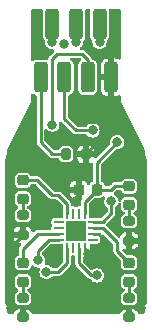
<source format=gbr>
%TF.GenerationSoftware,KiCad,Pcbnew,(6.0.8)*%
%TF.CreationDate,2022-10-15T00:54:49+09:00*%
%TF.ProjectId,ORION_enc_v2,4f52494f-4e5f-4656-9e63-5f76322e6b69,rev?*%
%TF.SameCoordinates,Original*%
%TF.FileFunction,Copper,L1,Top*%
%TF.FilePolarity,Positive*%
%FSLAX46Y46*%
G04 Gerber Fmt 4.6, Leading zero omitted, Abs format (unit mm)*
G04 Created by KiCad (PCBNEW (6.0.8)) date 2022-10-15 00:54:49*
%MOMM*%
%LPD*%
G01*
G04 APERTURE LIST*
G04 Aperture macros list*
%AMRoundRect*
0 Rectangle with rounded corners*
0 $1 Rounding radius*
0 $2 $3 $4 $5 $6 $7 $8 $9 X,Y pos of 4 corners*
0 Add a 4 corners polygon primitive as box body*
4,1,4,$2,$3,$4,$5,$6,$7,$8,$9,$2,$3,0*
0 Add four circle primitives for the rounded corners*
1,1,$1+$1,$2,$3*
1,1,$1+$1,$4,$5*
1,1,$1+$1,$6,$7*
1,1,$1+$1,$8,$9*
0 Add four rect primitives between the rounded corners*
20,1,$1+$1,$2,$3,$4,$5,0*
20,1,$1+$1,$4,$5,$6,$7,0*
20,1,$1+$1,$6,$7,$8,$9,0*
20,1,$1+$1,$8,$9,$2,$3,0*%
G04 Aperture macros list end*
%TA.AperFunction,SMDPad,CuDef*%
%ADD10RoundRect,0.218750X0.256250X-0.218750X0.256250X0.218750X-0.256250X0.218750X-0.256250X-0.218750X0*%
%TD*%
%TA.AperFunction,SMDPad,CuDef*%
%ADD11RoundRect,0.300000X0.300000X-1.000000X0.300000X1.000000X-0.300000X1.000000X-0.300000X-1.000000X0*%
%TD*%
%TA.AperFunction,SMDPad,CuDef*%
%ADD12RoundRect,0.200000X-0.275000X0.200000X-0.275000X-0.200000X0.275000X-0.200000X0.275000X0.200000X0*%
%TD*%
%TA.AperFunction,SMDPad,CuDef*%
%ADD13RoundRect,0.225000X0.225000X0.250000X-0.225000X0.250000X-0.225000X-0.250000X0.225000X-0.250000X0*%
%TD*%
%TA.AperFunction,SMDPad,CuDef*%
%ADD14RoundRect,0.200000X-0.200000X-0.275000X0.200000X-0.275000X0.200000X0.275000X-0.200000X0.275000X0*%
%TD*%
%TA.AperFunction,SMDPad,CuDef*%
%ADD15RoundRect,0.062500X-0.350000X-0.062500X0.350000X-0.062500X0.350000X0.062500X-0.350000X0.062500X0*%
%TD*%
%TA.AperFunction,SMDPad,CuDef*%
%ADD16RoundRect,0.062500X-0.062500X-0.350000X0.062500X-0.350000X0.062500X0.350000X-0.062500X0.350000X0*%
%TD*%
%TA.AperFunction,SMDPad,CuDef*%
%ADD17R,1.700000X1.700000*%
%TD*%
%TA.AperFunction,ViaPad*%
%ADD18C,0.800000*%
%TD*%
%TA.AperFunction,ViaPad*%
%ADD19C,1.600000*%
%TD*%
%TA.AperFunction,Conductor*%
%ADD20C,0.250000*%
%TD*%
G04 APERTURE END LIST*
D10*
%TO.P,D3,1,K*%
%TO.N,Net-(D3-Pad1)*%
X73500000Y-68287500D03*
%TO.P,D3,2,A*%
%TO.N,/MGL*%
X73500000Y-66712500D03*
%TD*%
D11*
%TO.P,J6,1,Pin_1*%
%TO.N,/MOSI*%
X67000000Y-46500000D03*
%TD*%
%TO.P,J7,1,Pin_1*%
%TO.N,Net-(J7-Pad1)*%
X66000000Y-51000000D03*
%TD*%
%TO.P,J1,1,Pin_1*%
%TO.N,GND*%
X72000000Y-51000000D03*
%TD*%
%TO.P,J3,1,Pin_1*%
%TO.N,/NSS*%
X70000000Y-51000000D03*
%TD*%
D10*
%TO.P,D1,1,K*%
%TO.N,Net-(D1-Pad1)*%
X73500000Y-61787500D03*
%TO.P,D1,2,A*%
%TO.N,+3V3*%
X73500000Y-60212500D03*
%TD*%
%TO.P,D4,1,K*%
%TO.N,Net-(D4-Pad1)*%
X64500000Y-68287500D03*
%TO.P,D4,2,A*%
%TO.N,/ENC_Z*%
X64500000Y-66712500D03*
%TD*%
D12*
%TO.P,R2,1*%
%TO.N,Net-(D2-Pad1)*%
X64500000Y-62675000D03*
%TO.P,R2,2*%
%TO.N,GND*%
X64500000Y-64325000D03*
%TD*%
%TO.P,R1,1*%
%TO.N,Net-(D1-Pad1)*%
X73500000Y-63175000D03*
%TO.P,R1,2*%
%TO.N,GND*%
X73500000Y-64825000D03*
%TD*%
D13*
%TO.P,C1,1*%
%TO.N,+3V3*%
X70775000Y-60500000D03*
%TO.P,C1,2*%
%TO.N,GND*%
X69225000Y-60500000D03*
%TD*%
D14*
%TO.P,TH1,1*%
%TO.N,Net-(J7-Pad1)*%
X68175000Y-57500000D03*
%TO.P,TH1,2*%
%TO.N,GND*%
X69825000Y-57500000D03*
%TD*%
D15*
%TO.P,U1,1,SSD*%
%TO.N,unconnected-(U1-Pad1)*%
X67537500Y-63250000D03*
%TO.P,U1,2,A*%
%TO.N,/ENC_A*%
X67537500Y-63750000D03*
%TO.P,U1,3,Z*%
%TO.N,/ENC_Z*%
X67537500Y-64250000D03*
%TO.P,U1,4,MOSI*%
%TO.N,/MOSI*%
X67537500Y-64750000D03*
D16*
%TO.P,U1,5,~{CS}*%
%TO.N,/NSS*%
X68250000Y-65462500D03*
%TO.P,U1,6,B*%
%TO.N,/ENC_B*%
X68750000Y-65462500D03*
%TO.P,U1,7,MISO*%
%TO.N,/MISO*%
X69250000Y-65462500D03*
%TO.P,U1,8,GND*%
%TO.N,GND*%
X69750000Y-65462500D03*
D15*
%TO.P,U1,9,PWM*%
%TO.N,unconnected-(U1-Pad9)*%
X70462500Y-64750000D03*
%TO.P,U1,10,TEST*%
%TO.N,GND*%
X70462500Y-64250000D03*
%TO.P,U1,11,MGL*%
%TO.N,/MGL*%
X70462500Y-63750000D03*
%TO.P,U1,12,SCLK*%
%TO.N,/CLK*%
X70462500Y-63250000D03*
D16*
%TO.P,U1,13,VDD*%
%TO.N,+3V3*%
X69750000Y-62537500D03*
%TO.P,U1,14,NC*%
%TO.N,unconnected-(U1-Pad14)*%
X69250000Y-62537500D03*
%TO.P,U1,15,SSCK*%
%TO.N,unconnected-(U1-Pad15)*%
X68750000Y-62537500D03*
%TO.P,U1,16,MGH*%
%TO.N,/MGH*%
X68250000Y-62537500D03*
D17*
%TO.P,U1,17,PAD*%
%TO.N,GND*%
X69000000Y-64000000D03*
%TD*%
D12*
%TO.P,R4,1*%
%TO.N,Net-(D4-Pad1)*%
X64500000Y-69675000D03*
%TO.P,R4,2*%
%TO.N,GND*%
X64500000Y-71325000D03*
%TD*%
D11*
%TO.P,J2,1,Pin_1*%
%TO.N,+3V3*%
X71000000Y-46500000D03*
%TD*%
D10*
%TO.P,D2,1,K*%
%TO.N,Net-(D2-Pad1)*%
X64500000Y-61287500D03*
%TO.P,D2,2,A*%
%TO.N,/MGH*%
X64500000Y-59712500D03*
%TD*%
D11*
%TO.P,J4,1,Pin_1*%
%TO.N,/CLK*%
X69000000Y-46500000D03*
%TD*%
D12*
%TO.P,R3,1*%
%TO.N,Net-(D3-Pad1)*%
X73500000Y-69675000D03*
%TO.P,R3,2*%
%TO.N,GND*%
X73500000Y-71325000D03*
%TD*%
D11*
%TO.P,J5,1,Pin_1*%
%TO.N,/MISO*%
X68000000Y-51000000D03*
%TD*%
D18*
%TO.N,*%
X68000000Y-48200000D03*
%TO.N,+3V3*%
X71000000Y-48000000D03*
X71000000Y-45600000D03*
X72500000Y-56500000D03*
X71000000Y-46500000D03*
%TO.N,GND*%
X72000000Y-50200000D03*
X63500000Y-62000000D03*
X74500000Y-66000000D03*
X65600000Y-45600000D03*
X72400000Y-45600000D03*
X70500000Y-62500000D03*
X68600000Y-56200000D03*
X68500000Y-59000000D03*
X74000000Y-56500000D03*
X63500000Y-67500000D03*
X63487701Y-66000000D03*
X66000000Y-70500000D03*
X72000000Y-70500000D03*
X70000000Y-70500000D03*
X70000000Y-53000000D03*
X72000000Y-54500000D03*
X63500000Y-58000000D03*
X74500000Y-64000000D03*
X71500000Y-65000000D03*
X66500000Y-59000000D03*
X69500000Y-59000000D03*
X71000000Y-70500000D03*
X69000000Y-70500000D03*
X63500000Y-69000000D03*
X68000000Y-70500000D03*
X67000000Y-70500000D03*
X65600000Y-49000000D03*
X74500000Y-70500000D03*
X72400000Y-49000000D03*
X64000000Y-56500000D03*
X69000000Y-61500000D03*
D19*
X69000000Y-64000000D03*
D18*
X74500000Y-61000000D03*
X74500000Y-62500000D03*
X63500000Y-60500000D03*
X74500000Y-58000000D03*
X74500000Y-69000000D03*
X69000000Y-68500000D03*
X63500000Y-70500000D03*
X63500000Y-63500000D03*
X74500000Y-67500000D03*
X67500000Y-65500000D03*
X67500000Y-59000000D03*
X72000000Y-51200000D03*
X67500000Y-62500000D03*
X70012299Y-65987701D03*
%TO.N,/NSS*%
X70000000Y-50200000D03*
X67000000Y-55000000D03*
X70000000Y-51200000D03*
X66500000Y-67500000D03*
%TO.N,/CLK*%
X69000000Y-48000000D03*
X69000000Y-46600000D03*
X69000000Y-45600000D03*
X72000000Y-61500000D03*
%TO.N,/MISO*%
X70400000Y-55500000D03*
X70775500Y-67775500D03*
X68000000Y-51200000D03*
X68000000Y-50200000D03*
%TO.N,/MOSI*%
X67000000Y-48000000D03*
X67000000Y-45600000D03*
X67000000Y-46500000D03*
X65796672Y-66500000D03*
%TO.N,Net-(J7-Pad1)*%
X66000000Y-50200000D03*
X66000000Y-51200000D03*
%TD*%
D20*
%TO.N,+3V3*%
X72287500Y-60212500D02*
X72000000Y-60500000D01*
X73500000Y-60212500D02*
X72287500Y-60212500D01*
X71000000Y-46500000D02*
X71000000Y-48000000D01*
X72500000Y-56500000D02*
X70775000Y-58225000D01*
X69750000Y-61525000D02*
X70775000Y-60500000D01*
X72000000Y-60500000D02*
X70775000Y-60500000D01*
X69750000Y-62537500D02*
X69750000Y-61525000D01*
X70775000Y-58225000D02*
X70775000Y-60500000D01*
%TO.N,GND*%
X70922328Y-64250000D02*
X70462500Y-64250000D01*
X64500000Y-70500000D02*
X65000000Y-70500000D01*
X71500000Y-64827672D02*
X70922328Y-64250000D01*
X70012299Y-65987701D02*
X71500000Y-67475402D01*
X66000000Y-69500000D02*
X71000000Y-69500000D01*
X69825000Y-57500000D02*
X72000000Y-55325000D01*
X71000000Y-69500000D02*
X72000000Y-69500000D01*
X63487701Y-66000000D02*
X63487701Y-65337299D01*
X72000000Y-55325000D02*
X72000000Y-54500000D01*
X63487701Y-65337299D02*
X64500000Y-64325000D01*
X72000000Y-54500000D02*
X72000000Y-51200000D01*
X64500000Y-71325000D02*
X64500000Y-70500000D01*
X72000000Y-51200000D02*
X72000000Y-51000000D01*
X69750000Y-65462500D02*
X69750000Y-65725402D01*
X71500000Y-69000000D02*
X71000000Y-69500000D01*
X73500000Y-70500000D02*
X73500000Y-71325000D01*
X71500000Y-67475402D02*
X71500000Y-69000000D01*
X65000000Y-70500000D02*
X66000000Y-69500000D01*
X69750000Y-65725402D02*
X70012299Y-65987701D01*
X71500000Y-65000000D02*
X71500000Y-64827672D01*
X72000000Y-69500000D02*
X73000000Y-70500000D01*
X73000000Y-70500000D02*
X73500000Y-70500000D01*
%TO.N,Net-(D1-Pad1)*%
X73500000Y-63175000D02*
X73500000Y-61787500D01*
%TO.N,Net-(D2-Pad1)*%
X64500000Y-61287500D02*
X64500000Y-62675000D01*
%TO.N,/MGH*%
X65712500Y-59712500D02*
X67000000Y-61000000D01*
X67500000Y-61000000D02*
X68250000Y-61750000D01*
X64500000Y-59712500D02*
X65712500Y-59712500D01*
X67000000Y-61000000D02*
X67500000Y-61000000D01*
X68250000Y-61750000D02*
X68250000Y-62537500D01*
%TO.N,Net-(D3-Pad1)*%
X73500000Y-69675000D02*
X73500000Y-68287500D01*
%TO.N,/MGL*%
X73500000Y-66712500D02*
X72500000Y-65712500D01*
X71274614Y-63750000D02*
X70462500Y-63750000D01*
X72500000Y-65712500D02*
X72500000Y-64975386D01*
X72500000Y-64975386D02*
X71274614Y-63750000D01*
%TO.N,Net-(D4-Pad1)*%
X64500000Y-69675000D02*
X64500000Y-68287500D01*
%TO.N,/ENC_Z*%
X65791783Y-64250000D02*
X64500000Y-65541783D01*
X64500000Y-65541783D02*
X64500000Y-66712500D01*
X67537500Y-64250000D02*
X65791783Y-64250000D01*
%TO.N,/NSS*%
X67000000Y-49408398D02*
X67408398Y-49000000D01*
X69500000Y-49000000D02*
X70000000Y-49500000D01*
X66500000Y-67500000D02*
X67500000Y-67500000D01*
X67408398Y-49000000D02*
X69500000Y-49000000D01*
X70000000Y-49500000D02*
X70000000Y-51000000D01*
X68250000Y-66750000D02*
X68250000Y-65462500D01*
X67500000Y-67500000D02*
X68250000Y-66750000D01*
X67000000Y-55000000D02*
X67000000Y-49408398D01*
%TO.N,/CLK*%
X72000000Y-62500000D02*
X71250000Y-63250000D01*
X71250000Y-63250000D02*
X70462500Y-63250000D01*
X69000000Y-46500000D02*
X69000000Y-46600000D01*
X72000000Y-61500000D02*
X72000000Y-62500000D01*
X69000000Y-46600000D02*
X69000000Y-48000000D01*
%TO.N,/MISO*%
X70275500Y-67775500D02*
X69250000Y-66750000D01*
X68000000Y-51200000D02*
X68000000Y-51000000D01*
X70775500Y-67775500D02*
X70275500Y-67775500D01*
X69000000Y-55500000D02*
X68000000Y-54500000D01*
X68000000Y-54500000D02*
X68000000Y-51200000D01*
X69250000Y-66750000D02*
X69250000Y-65462500D01*
X70400000Y-55500000D02*
X69000000Y-55500000D01*
%TO.N,/MOSI*%
X65796672Y-66500000D02*
X65796672Y-65691021D01*
X67000000Y-46500000D02*
X67000000Y-48000000D01*
X66737693Y-64750000D02*
X67537500Y-64750000D01*
X65796672Y-65691021D02*
X66737693Y-64750000D01*
%TO.N,Net-(J7-Pad1)*%
X67000000Y-57500000D02*
X68175000Y-57500000D01*
X66000000Y-56500000D02*
X67000000Y-57500000D01*
X66000000Y-51200000D02*
X66000000Y-56500000D01*
X66000000Y-51000000D02*
X66000000Y-51200000D01*
%TD*%
%TA.AperFunction,Conductor*%
%TO.N,GND*%
G36*
X70164045Y-45220502D02*
G01*
X70210538Y-45274158D01*
X70220642Y-45344432D01*
X70213905Y-45370731D01*
X70208921Y-45384024D01*
X70208920Y-45384028D01*
X70206149Y-45391420D01*
X70199500Y-45452623D01*
X70199501Y-47547376D01*
X70199870Y-47550770D01*
X70199870Y-47550776D01*
X70204600Y-47594318D01*
X70206149Y-47608580D01*
X70256474Y-47742824D01*
X70261854Y-47750003D01*
X70261856Y-47750006D01*
X70323056Y-47831664D01*
X70342454Y-47857546D01*
X70349636Y-47862929D01*
X70355985Y-47869278D01*
X70354594Y-47870669D01*
X70390267Y-47918375D01*
X70397110Y-47978788D01*
X70395396Y-47991809D01*
X70394318Y-48000000D01*
X70414956Y-48156762D01*
X70475464Y-48302841D01*
X70480491Y-48309392D01*
X70561134Y-48414488D01*
X70571718Y-48428282D01*
X70697159Y-48524536D01*
X70843238Y-48585044D01*
X71000000Y-48605682D01*
X71008188Y-48604604D01*
X71026297Y-48602220D01*
X71156762Y-48585044D01*
X71302841Y-48524536D01*
X71428282Y-48428282D01*
X71438867Y-48414488D01*
X71519509Y-48309392D01*
X71524536Y-48302841D01*
X71585044Y-48156762D01*
X71605682Y-48000000D01*
X71604604Y-47991809D01*
X71602890Y-47978788D01*
X71613830Y-47908640D01*
X71645065Y-47870328D01*
X71644015Y-47869278D01*
X71650364Y-47862929D01*
X71657546Y-47857546D01*
X71676944Y-47831664D01*
X71738144Y-47750006D01*
X71738146Y-47750003D01*
X71743526Y-47742824D01*
X71793851Y-47608580D01*
X71800500Y-47547377D01*
X71800499Y-45452624D01*
X71793851Y-45391420D01*
X71786095Y-45370730D01*
X71780911Y-45299924D01*
X71814831Y-45237554D01*
X71877086Y-45203425D01*
X71904076Y-45200500D01*
X72673500Y-45200500D01*
X72741621Y-45220502D01*
X72788114Y-45274158D01*
X72799500Y-45326500D01*
X72799500Y-49372594D01*
X72779498Y-49440715D01*
X72725842Y-49487208D01*
X72655568Y-49497312D01*
X72610501Y-49481714D01*
X72594958Y-49472741D01*
X72464261Y-49418604D01*
X72448442Y-49414366D01*
X72343410Y-49400538D01*
X72335201Y-49400000D01*
X72272115Y-49400000D01*
X72256876Y-49404475D01*
X72255671Y-49405865D01*
X72254000Y-49413548D01*
X72254000Y-52581884D01*
X72258475Y-52597123D01*
X72259865Y-52598328D01*
X72267548Y-52599999D01*
X72335199Y-52599999D01*
X72343411Y-52599461D01*
X72448444Y-52585634D01*
X72464259Y-52581396D01*
X72594957Y-52527260D01*
X72610499Y-52518287D01*
X72679495Y-52501549D01*
X72746587Y-52524769D01*
X72790474Y-52580576D01*
X72799500Y-52627406D01*
X72799500Y-52965409D01*
X72797297Y-52986222D01*
X72797332Y-52988873D01*
X72794362Y-53002746D01*
X72804646Y-53045205D01*
X72804988Y-53046659D01*
X72814688Y-53089185D01*
X72823533Y-53100284D01*
X72824559Y-53102416D01*
X72836006Y-53120344D01*
X74786664Y-57021660D01*
X74799736Y-57070401D01*
X74810358Y-57246000D01*
X74811551Y-57265726D01*
X74859537Y-57527577D01*
X74938736Y-57781734D01*
X74949891Y-57806519D01*
X74988899Y-57893191D01*
X75000000Y-57944903D01*
X75000000Y-70055097D01*
X74988899Y-70106809D01*
X74938736Y-70218266D01*
X74859537Y-70472423D01*
X74811551Y-70734274D01*
X74811322Y-70738066D01*
X74811321Y-70738071D01*
X74802639Y-70881608D01*
X74778561Y-70948396D01*
X74722196Y-70991565D01*
X74676869Y-71000000D01*
X74349490Y-71000000D01*
X74281369Y-70979998D01*
X74234876Y-70926342D01*
X74231508Y-70918231D01*
X74221231Y-70890819D01*
X74212701Y-70875237D01*
X74137570Y-70774991D01*
X74125009Y-70762430D01*
X74024763Y-70687299D01*
X74009177Y-70678767D01*
X73890867Y-70634414D01*
X73875621Y-70630789D01*
X73825729Y-70625369D01*
X73818915Y-70625000D01*
X73772115Y-70625000D01*
X73756876Y-70629475D01*
X73755671Y-70630865D01*
X73754000Y-70638548D01*
X73754000Y-71000000D01*
X73246000Y-71000000D01*
X73246000Y-70643115D01*
X73241525Y-70627876D01*
X73240135Y-70626671D01*
X73232452Y-70625000D01*
X73181085Y-70625000D01*
X73174271Y-70625369D01*
X73124379Y-70630789D01*
X73109133Y-70634414D01*
X72990823Y-70678767D01*
X72975237Y-70687299D01*
X72874991Y-70762430D01*
X72862430Y-70774991D01*
X72787299Y-70875237D01*
X72778769Y-70890819D01*
X72768492Y-70918231D01*
X72725849Y-70974995D01*
X72659288Y-70999694D01*
X72650510Y-71000000D01*
X65349490Y-71000000D01*
X65281369Y-70979998D01*
X65234876Y-70926342D01*
X65231508Y-70918231D01*
X65221231Y-70890819D01*
X65212701Y-70875237D01*
X65137570Y-70774991D01*
X65125009Y-70762430D01*
X65024763Y-70687299D01*
X65009177Y-70678767D01*
X64890867Y-70634414D01*
X64875621Y-70630789D01*
X64825729Y-70625369D01*
X64818915Y-70625000D01*
X64772115Y-70625000D01*
X64756876Y-70629475D01*
X64755671Y-70630865D01*
X64754000Y-70638548D01*
X64754000Y-71000000D01*
X64246000Y-71000000D01*
X64246000Y-70643115D01*
X64241525Y-70627876D01*
X64240135Y-70626671D01*
X64232452Y-70625000D01*
X64181085Y-70625000D01*
X64174271Y-70625369D01*
X64124379Y-70630789D01*
X64109133Y-70634414D01*
X63990823Y-70678767D01*
X63975237Y-70687299D01*
X63874991Y-70762430D01*
X63862430Y-70774991D01*
X63787299Y-70875237D01*
X63778769Y-70890819D01*
X63768492Y-70918231D01*
X63725849Y-70974995D01*
X63659288Y-70999694D01*
X63650510Y-71000000D01*
X63323131Y-71000000D01*
X63255010Y-70979998D01*
X63208517Y-70926342D01*
X63197361Y-70881608D01*
X63188679Y-70738071D01*
X63188678Y-70738066D01*
X63188449Y-70734274D01*
X63140463Y-70472423D01*
X63061264Y-70218266D01*
X63011101Y-70106809D01*
X63000000Y-70055097D01*
X63000000Y-69443481D01*
X63824500Y-69443481D01*
X63824501Y-69906518D01*
X63839354Y-70000304D01*
X63896950Y-70113342D01*
X63986658Y-70203050D01*
X64099696Y-70260646D01*
X64109485Y-70262196D01*
X64109487Y-70262197D01*
X64136849Y-70266530D01*
X64193481Y-70275500D01*
X64499938Y-70275500D01*
X64806518Y-70275499D01*
X64811412Y-70274724D01*
X64890506Y-70262198D01*
X64890508Y-70262197D01*
X64900304Y-70260646D01*
X65013342Y-70203050D01*
X65103050Y-70113342D01*
X65160646Y-70000304D01*
X65175500Y-69906519D01*
X65175499Y-69443482D01*
X65175499Y-69443481D01*
X72824500Y-69443481D01*
X72824501Y-69906518D01*
X72839354Y-70000304D01*
X72896950Y-70113342D01*
X72986658Y-70203050D01*
X73099696Y-70260646D01*
X73109485Y-70262196D01*
X73109487Y-70262197D01*
X73136849Y-70266530D01*
X73193481Y-70275500D01*
X73499938Y-70275500D01*
X73806518Y-70275499D01*
X73811412Y-70274724D01*
X73890506Y-70262198D01*
X73890508Y-70262197D01*
X73900304Y-70260646D01*
X74013342Y-70203050D01*
X74103050Y-70113342D01*
X74160646Y-70000304D01*
X74175500Y-69906519D01*
X74175499Y-69443482D01*
X74160646Y-69349696D01*
X74103050Y-69236658D01*
X74013342Y-69146950D01*
X73938149Y-69108637D01*
X73886534Y-69059888D01*
X73869468Y-68990973D01*
X73892369Y-68923772D01*
X73938149Y-68884103D01*
X73996919Y-68854158D01*
X74005751Y-68849658D01*
X74099658Y-68755751D01*
X74159951Y-68637420D01*
X74175500Y-68539246D01*
X74175500Y-68035754D01*
X74159951Y-67937580D01*
X74155214Y-67928282D01*
X74144824Y-67907891D01*
X74099658Y-67819249D01*
X74005751Y-67725342D01*
X73887420Y-67665049D01*
X73789246Y-67649500D01*
X73210754Y-67649500D01*
X73112580Y-67665049D01*
X72994249Y-67725342D01*
X72900342Y-67819249D01*
X72855176Y-67907891D01*
X72844787Y-67928282D01*
X72840049Y-67937580D01*
X72824500Y-68035754D01*
X72824500Y-68539246D01*
X72840049Y-68637420D01*
X72900342Y-68755751D01*
X72994249Y-68849658D01*
X73003081Y-68854158D01*
X73061851Y-68884103D01*
X73113466Y-68932851D01*
X73130532Y-69001766D01*
X73107631Y-69068968D01*
X73061851Y-69108637D01*
X72986658Y-69146950D01*
X72896950Y-69236658D01*
X72839354Y-69349696D01*
X72824500Y-69443481D01*
X65175499Y-69443481D01*
X65160646Y-69349696D01*
X65103050Y-69236658D01*
X65013342Y-69146950D01*
X64938149Y-69108637D01*
X64886534Y-69059888D01*
X64869468Y-68990973D01*
X64892369Y-68923772D01*
X64938149Y-68884103D01*
X64996919Y-68854158D01*
X65005751Y-68849658D01*
X65099658Y-68755751D01*
X65159951Y-68637420D01*
X65175500Y-68539246D01*
X65175500Y-68035754D01*
X65159951Y-67937580D01*
X65155214Y-67928282D01*
X65144824Y-67907891D01*
X65099658Y-67819249D01*
X65005751Y-67725342D01*
X64887420Y-67665049D01*
X64789246Y-67649500D01*
X64210754Y-67649500D01*
X64112580Y-67665049D01*
X63994249Y-67725342D01*
X63900342Y-67819249D01*
X63855176Y-67907891D01*
X63844787Y-67928282D01*
X63840049Y-67937580D01*
X63824500Y-68035754D01*
X63824500Y-68539246D01*
X63840049Y-68637420D01*
X63900342Y-68755751D01*
X63994249Y-68849658D01*
X64003081Y-68854158D01*
X64061851Y-68884103D01*
X64113466Y-68932851D01*
X64130532Y-69001766D01*
X64107631Y-69068968D01*
X64061851Y-69108637D01*
X63986658Y-69146950D01*
X63896950Y-69236658D01*
X63839354Y-69349696D01*
X63824500Y-69443481D01*
X63000000Y-69443481D01*
X63000000Y-64595906D01*
X63727561Y-64595906D01*
X63730789Y-64625621D01*
X63734415Y-64640868D01*
X63778767Y-64759177D01*
X63787299Y-64774763D01*
X63862430Y-64875009D01*
X63874991Y-64887570D01*
X63975237Y-64962701D01*
X63990823Y-64971233D01*
X64109133Y-65015586D01*
X64124379Y-65019211D01*
X64174271Y-65024631D01*
X64181085Y-65025000D01*
X64252267Y-65025000D01*
X64320388Y-65045002D01*
X64366881Y-65098658D01*
X64376985Y-65168932D01*
X64347491Y-65233512D01*
X64341362Y-65240095D01*
X64283785Y-65297672D01*
X64275681Y-65305099D01*
X64246806Y-65329328D01*
X64241293Y-65338877D01*
X64227961Y-65361968D01*
X64222055Y-65371239D01*
X64200446Y-65402099D01*
X64197592Y-65412749D01*
X64196115Y-65415917D01*
X64194923Y-65419193D01*
X64189412Y-65428738D01*
X64183462Y-65462482D01*
X64182870Y-65465841D01*
X64180492Y-65476568D01*
X64170736Y-65512976D01*
X64171697Y-65523961D01*
X64171697Y-65523963D01*
X64174020Y-65550511D01*
X64174500Y-65561493D01*
X64174500Y-65981286D01*
X64154498Y-66049407D01*
X64105703Y-66093553D01*
X63994249Y-66150342D01*
X63900342Y-66244249D01*
X63840049Y-66362580D01*
X63824500Y-66460754D01*
X63824500Y-66964246D01*
X63840049Y-67062420D01*
X63844550Y-67071253D01*
X63844550Y-67071254D01*
X63848122Y-67078264D01*
X63900342Y-67180751D01*
X63994249Y-67274658D01*
X64112580Y-67334951D01*
X64210754Y-67350500D01*
X64789246Y-67350500D01*
X64887420Y-67334951D01*
X65005751Y-67274658D01*
X65099658Y-67180751D01*
X65151878Y-67078264D01*
X65155450Y-67071254D01*
X65155450Y-67071253D01*
X65159951Y-67062420D01*
X65168350Y-67009388D01*
X65198762Y-66945236D01*
X65259030Y-66907708D01*
X65330019Y-66908722D01*
X65369503Y-66929136D01*
X65493831Y-67024536D01*
X65639910Y-67085044D01*
X65796672Y-67105682D01*
X65809486Y-67103995D01*
X65879635Y-67114937D01*
X65932731Y-67162067D01*
X65951919Y-67230422D01*
X65942336Y-67277137D01*
X65918117Y-67335605D01*
X65918116Y-67335610D01*
X65914956Y-67343238D01*
X65894318Y-67500000D01*
X65914956Y-67656762D01*
X65975464Y-67802841D01*
X66071718Y-67928282D01*
X66197159Y-68024536D01*
X66343238Y-68085044D01*
X66500000Y-68105682D01*
X66508188Y-68104604D01*
X66522256Y-68102752D01*
X66656762Y-68085044D01*
X66802841Y-68024536D01*
X66928282Y-67928282D01*
X66969323Y-67874796D01*
X67026661Y-67832929D01*
X67069286Y-67825500D01*
X67480290Y-67825500D01*
X67491272Y-67825980D01*
X67517820Y-67828303D01*
X67517822Y-67828303D01*
X67528807Y-67829264D01*
X67565215Y-67819508D01*
X67575942Y-67817130D01*
X67579301Y-67816538D01*
X67613045Y-67810588D01*
X67622590Y-67805077D01*
X67625866Y-67803885D01*
X67629034Y-67802408D01*
X67639684Y-67799554D01*
X67670544Y-67777945D01*
X67679815Y-67772039D01*
X67702906Y-67758707D01*
X67712455Y-67753194D01*
X67736679Y-67724325D01*
X67744106Y-67716220D01*
X68466228Y-66994099D01*
X68474332Y-66986673D01*
X68494750Y-66969540D01*
X68503194Y-66962455D01*
X68508704Y-66952912D01*
X68508707Y-66952908D01*
X68522036Y-66929821D01*
X68527941Y-66920551D01*
X68543232Y-66898713D01*
X68549554Y-66889684D01*
X68552407Y-66879036D01*
X68553886Y-66875865D01*
X68555078Y-66872589D01*
X68560588Y-66863045D01*
X68567134Y-66825924D01*
X68569509Y-66815210D01*
X68579263Y-66778807D01*
X68575979Y-66741269D01*
X68575500Y-66730288D01*
X68575500Y-66201500D01*
X68595502Y-66133379D01*
X68649158Y-66086886D01*
X68701499Y-66075500D01*
X68749998Y-66075500D01*
X68798500Y-66075499D01*
X68866620Y-66095500D01*
X68913113Y-66149156D01*
X68924500Y-66201499D01*
X68924500Y-66730290D01*
X68924020Y-66741269D01*
X68920736Y-66778807D01*
X68930491Y-66815210D01*
X68932870Y-66825942D01*
X68939412Y-66863045D01*
X68944923Y-66872590D01*
X68946115Y-66875866D01*
X68947592Y-66879034D01*
X68950446Y-66889684D01*
X68956770Y-66898715D01*
X68972055Y-66920544D01*
X68977961Y-66929815D01*
X68986865Y-66945236D01*
X68996806Y-66962455D01*
X69018300Y-66980491D01*
X69025682Y-66986685D01*
X69033785Y-66994111D01*
X70031389Y-67991715D01*
X70038816Y-67999819D01*
X70063045Y-68028694D01*
X70072594Y-68034207D01*
X70095685Y-68047539D01*
X70104956Y-68053445D01*
X70135816Y-68075054D01*
X70146466Y-68077908D01*
X70149634Y-68079385D01*
X70152910Y-68080577D01*
X70162455Y-68086088D01*
X70196199Y-68092038D01*
X70199558Y-68092630D01*
X70210287Y-68095009D01*
X70226667Y-68099398D01*
X70236276Y-68101973D01*
X70296898Y-68138922D01*
X70303629Y-68146976D01*
X70342192Y-68197233D01*
X70342195Y-68197236D01*
X70347218Y-68203782D01*
X70472659Y-68300036D01*
X70618738Y-68360544D01*
X70775500Y-68381182D01*
X70783688Y-68380104D01*
X70924074Y-68361622D01*
X70932262Y-68360544D01*
X71078341Y-68300036D01*
X71203782Y-68203782D01*
X71300036Y-68078341D01*
X71360544Y-67932262D01*
X71381182Y-67775500D01*
X71370863Y-67697119D01*
X71361622Y-67626926D01*
X71360544Y-67618738D01*
X71300036Y-67472659D01*
X71203782Y-67347218D01*
X71181930Y-67330450D01*
X71167582Y-67319441D01*
X71078341Y-67250964D01*
X70932262Y-67190456D01*
X70775500Y-67169818D01*
X70618738Y-67190456D01*
X70472659Y-67250964D01*
X70466110Y-67255989D01*
X70466107Y-67255991D01*
X70450917Y-67267647D01*
X70412433Y-67297177D01*
X70346215Y-67322777D01*
X70276666Y-67308513D01*
X70246635Y-67286309D01*
X69612405Y-66652079D01*
X69578379Y-66589767D01*
X69575500Y-66562984D01*
X69575500Y-66301000D01*
X69595502Y-66232879D01*
X69649158Y-66186386D01*
X69701500Y-66175000D01*
X69842250Y-66175000D01*
X69851409Y-66174330D01*
X69908422Y-66165937D01*
X69926898Y-66160195D01*
X70017089Y-66115914D01*
X70033794Y-66103954D01*
X70104341Y-66033284D01*
X70116269Y-66016561D01*
X70160401Y-65926278D01*
X70166107Y-65907817D01*
X70174340Y-65851382D01*
X70175000Y-65842283D01*
X70175000Y-65201500D01*
X70195002Y-65133379D01*
X70248658Y-65086886D01*
X70301000Y-65075500D01*
X70817310Y-65075499D01*
X70838400Y-65075499D01*
X70844467Y-65074292D01*
X70844470Y-65074292D01*
X70902946Y-65062661D01*
X70902947Y-65062661D01*
X70915117Y-65060240D01*
X70937923Y-65045002D01*
X70991796Y-65009005D01*
X71002112Y-65002112D01*
X71022745Y-64971233D01*
X71053347Y-64925434D01*
X71053348Y-64925432D01*
X71060240Y-64915117D01*
X71075500Y-64838401D01*
X71075499Y-64661600D01*
X71074292Y-64655530D01*
X71072133Y-64644675D01*
X71078464Y-64573961D01*
X71099146Y-64542373D01*
X71098292Y-64541764D01*
X71116269Y-64516561D01*
X71160401Y-64426278D01*
X71166106Y-64407818D01*
X71168821Y-64389212D01*
X71198448Y-64324693D01*
X71258254Y-64286433D01*
X71329250Y-64286581D01*
X71382596Y-64318308D01*
X72137595Y-65073307D01*
X72171621Y-65135619D01*
X72174500Y-65162402D01*
X72174500Y-65692790D01*
X72174020Y-65703772D01*
X72170736Y-65741307D01*
X72173590Y-65751956D01*
X72180491Y-65777710D01*
X72182870Y-65788442D01*
X72189412Y-65825545D01*
X72194923Y-65835090D01*
X72196115Y-65838366D01*
X72197592Y-65841534D01*
X72200446Y-65852184D01*
X72206770Y-65861215D01*
X72222055Y-65883044D01*
X72227961Y-65892315D01*
X72241293Y-65915406D01*
X72246806Y-65924955D01*
X72255251Y-65932041D01*
X72275682Y-65949185D01*
X72283785Y-65956611D01*
X72787595Y-66460421D01*
X72821621Y-66522733D01*
X72824500Y-66549516D01*
X72824500Y-66964246D01*
X72840049Y-67062420D01*
X72844550Y-67071253D01*
X72844550Y-67071254D01*
X72848122Y-67078264D01*
X72900342Y-67180751D01*
X72994249Y-67274658D01*
X73112580Y-67334951D01*
X73210754Y-67350500D01*
X73789246Y-67350500D01*
X73887420Y-67334951D01*
X74005751Y-67274658D01*
X74099658Y-67180751D01*
X74151878Y-67078264D01*
X74155450Y-67071254D01*
X74155450Y-67071253D01*
X74159951Y-67062420D01*
X74175500Y-66964246D01*
X74175500Y-66460754D01*
X74159951Y-66362580D01*
X74099658Y-66244249D01*
X74005751Y-66150342D01*
X73887420Y-66090049D01*
X73789246Y-66074500D01*
X73374516Y-66074500D01*
X73306395Y-66054498D01*
X73285421Y-66037595D01*
X72967298Y-65719472D01*
X72933272Y-65657160D01*
X72938337Y-65586345D01*
X72980884Y-65529509D01*
X73047404Y-65504698D01*
X73100623Y-65512395D01*
X73109137Y-65515587D01*
X73124379Y-65519211D01*
X73174271Y-65524631D01*
X73181085Y-65525000D01*
X73227885Y-65525000D01*
X73243124Y-65520525D01*
X73244329Y-65519135D01*
X73246000Y-65511452D01*
X73246000Y-65506885D01*
X73754000Y-65506885D01*
X73758475Y-65522124D01*
X73759865Y-65523329D01*
X73767548Y-65525000D01*
X73818915Y-65525000D01*
X73825729Y-65524631D01*
X73875621Y-65519211D01*
X73890867Y-65515586D01*
X74009177Y-65471233D01*
X74024763Y-65462701D01*
X74125009Y-65387570D01*
X74137570Y-65375009D01*
X74212701Y-65274763D01*
X74221233Y-65259177D01*
X74265585Y-65140868D01*
X74269211Y-65125621D01*
X74272319Y-65097011D01*
X74269703Y-65082418D01*
X74257271Y-65079000D01*
X73772115Y-65079000D01*
X73756876Y-65083475D01*
X73755671Y-65084865D01*
X73754000Y-65092548D01*
X73754000Y-65506885D01*
X73246000Y-65506885D01*
X73246000Y-64552885D01*
X73754000Y-64552885D01*
X73758475Y-64568124D01*
X73759865Y-64569329D01*
X73767548Y-64571000D01*
X74256161Y-64571000D01*
X74270384Y-64566824D01*
X74272439Y-64554094D01*
X74269211Y-64524379D01*
X74265585Y-64509132D01*
X74221233Y-64390823D01*
X74212701Y-64375237D01*
X74137570Y-64274991D01*
X74125009Y-64262430D01*
X74024763Y-64187299D01*
X74009177Y-64178767D01*
X73890867Y-64134414D01*
X73875621Y-64130789D01*
X73825729Y-64125369D01*
X73818915Y-64125000D01*
X73772115Y-64125000D01*
X73756876Y-64129475D01*
X73755671Y-64130865D01*
X73754000Y-64138548D01*
X73754000Y-64552885D01*
X73246000Y-64552885D01*
X73246000Y-64143115D01*
X73241525Y-64127876D01*
X73240135Y-64126671D01*
X73232452Y-64125000D01*
X73181085Y-64125000D01*
X73174271Y-64125369D01*
X73124379Y-64130789D01*
X73109133Y-64134414D01*
X72990823Y-64178767D01*
X72975237Y-64187299D01*
X72874991Y-64262430D01*
X72862430Y-64274991D01*
X72787299Y-64375237D01*
X72778767Y-64390823D01*
X72737578Y-64500695D01*
X72694937Y-64557460D01*
X72628376Y-64582160D01*
X72559027Y-64566953D01*
X72530501Y-64545561D01*
X71561729Y-63576789D01*
X71527703Y-63514477D01*
X71532768Y-63443662D01*
X71561729Y-63398599D01*
X72216228Y-62744100D01*
X72224332Y-62736673D01*
X72244750Y-62719540D01*
X72253194Y-62712455D01*
X72258704Y-62702912D01*
X72258707Y-62702908D01*
X72272036Y-62679821D01*
X72277941Y-62670551D01*
X72293232Y-62648713D01*
X72299554Y-62639684D01*
X72302407Y-62629036D01*
X72303886Y-62625865D01*
X72305078Y-62622589D01*
X72310588Y-62613045D01*
X72317134Y-62575924D01*
X72319508Y-62565217D01*
X72329263Y-62528807D01*
X72325979Y-62491269D01*
X72325500Y-62480288D01*
X72325500Y-62069286D01*
X72345502Y-62001165D01*
X72374796Y-61969323D01*
X72421736Y-61933305D01*
X72428282Y-61928282D01*
X72524536Y-61802841D01*
X72582091Y-61663891D01*
X72626639Y-61608610D01*
X72694003Y-61586189D01*
X72762794Y-61603747D01*
X72811172Y-61655709D01*
X72824500Y-61712109D01*
X72824500Y-62039246D01*
X72840049Y-62137420D01*
X72900342Y-62255751D01*
X72994249Y-62349658D01*
X73013553Y-62359494D01*
X73061851Y-62384103D01*
X73113466Y-62432851D01*
X73130532Y-62501766D01*
X73107631Y-62568968D01*
X73061851Y-62608637D01*
X72986658Y-62646950D01*
X72896950Y-62736658D01*
X72839354Y-62849696D01*
X72824500Y-62943481D01*
X72824501Y-63406518D01*
X72825276Y-63411409D01*
X72825276Y-63411412D01*
X72830384Y-63443662D01*
X72839354Y-63500304D01*
X72843855Y-63509137D01*
X72843857Y-63509142D01*
X72854428Y-63529888D01*
X72896950Y-63613342D01*
X72986658Y-63703050D01*
X73099696Y-63760646D01*
X73109485Y-63762196D01*
X73109487Y-63762197D01*
X73136849Y-63766530D01*
X73193481Y-63775500D01*
X73499938Y-63775500D01*
X73806518Y-63775499D01*
X73811412Y-63774724D01*
X73890506Y-63762198D01*
X73890508Y-63762197D01*
X73900304Y-63760646D01*
X74013342Y-63703050D01*
X74103050Y-63613342D01*
X74160646Y-63500304D01*
X74175500Y-63406519D01*
X74175499Y-62943482D01*
X74174526Y-62937339D01*
X74162198Y-62859494D01*
X74162197Y-62859492D01*
X74160646Y-62849696D01*
X74103050Y-62736658D01*
X74013342Y-62646950D01*
X73938149Y-62608637D01*
X73886534Y-62559888D01*
X73869468Y-62490973D01*
X73892369Y-62423772D01*
X73938149Y-62384103D01*
X73986447Y-62359494D01*
X74005751Y-62349658D01*
X74099658Y-62255751D01*
X74159951Y-62137420D01*
X74175500Y-62039246D01*
X74175500Y-61535754D01*
X74159951Y-61437580D01*
X74099658Y-61319249D01*
X74005751Y-61225342D01*
X73917109Y-61180176D01*
X73896254Y-61169550D01*
X73896253Y-61169550D01*
X73887420Y-61165049D01*
X73789246Y-61149500D01*
X73210754Y-61149500D01*
X73112580Y-61165049D01*
X73103747Y-61169550D01*
X73103746Y-61169550D01*
X73082891Y-61180176D01*
X72994249Y-61225342D01*
X72900342Y-61319249D01*
X72840049Y-61437580D01*
X72838984Y-61444306D01*
X72799885Y-61501488D01*
X72734489Y-61529126D01*
X72664532Y-61517020D01*
X72612225Y-61469015D01*
X72595202Y-61420394D01*
X72586122Y-61351426D01*
X72585044Y-61343238D01*
X72524536Y-61197159D01*
X72428282Y-61071718D01*
X72417282Y-61063277D01*
X72309392Y-60980491D01*
X72302841Y-60975464D01*
X72254822Y-60955574D01*
X72199542Y-60911025D01*
X72177121Y-60843662D01*
X72194680Y-60774870D01*
X72212826Y-60753505D01*
X72212455Y-60753194D01*
X72236679Y-60724325D01*
X72244106Y-60716220D01*
X72385423Y-60574904D01*
X72447735Y-60540879D01*
X72474518Y-60538000D01*
X72750393Y-60538000D01*
X72818514Y-60558002D01*
X72862659Y-60606797D01*
X72895838Y-60671914D01*
X72895841Y-60671918D01*
X72900342Y-60680751D01*
X72994249Y-60774658D01*
X73079479Y-60818085D01*
X73101419Y-60829264D01*
X73112580Y-60834951D01*
X73210754Y-60850500D01*
X73789246Y-60850500D01*
X73887420Y-60834951D01*
X73898582Y-60829264D01*
X73920521Y-60818085D01*
X74005751Y-60774658D01*
X74099658Y-60680751D01*
X74159951Y-60562420D01*
X74175500Y-60464246D01*
X74175500Y-59960754D01*
X74159951Y-59862580D01*
X74099658Y-59744249D01*
X74005751Y-59650342D01*
X73887420Y-59590049D01*
X73789246Y-59574500D01*
X73210754Y-59574500D01*
X73112580Y-59590049D01*
X72994249Y-59650342D01*
X72900342Y-59744249D01*
X72895842Y-59753080D01*
X72895838Y-59753086D01*
X72862659Y-59818203D01*
X72813911Y-59869818D01*
X72750393Y-59887000D01*
X72307198Y-59887000D01*
X72296216Y-59886520D01*
X72269680Y-59884198D01*
X72269678Y-59884198D01*
X72258693Y-59883237D01*
X72248043Y-59886091D01*
X72248041Y-59886091D01*
X72222304Y-59892988D01*
X72211569Y-59895368D01*
X72204008Y-59896701D01*
X72174455Y-59901912D01*
X72164907Y-59907424D01*
X72161630Y-59908617D01*
X72158462Y-59910094D01*
X72147816Y-59912947D01*
X72138787Y-59919269D01*
X72116953Y-59934557D01*
X72107685Y-59940461D01*
X72075045Y-59959306D01*
X72067962Y-59967747D01*
X72067961Y-59967748D01*
X72050825Y-59988170D01*
X72043400Y-59996273D01*
X71964769Y-60074905D01*
X71902079Y-60137595D01*
X71839767Y-60171620D01*
X71812983Y-60174500D01*
X71516294Y-60174500D01*
X71448173Y-60154498D01*
X71404027Y-60105703D01*
X71353028Y-60005612D01*
X71348528Y-59996780D01*
X71253220Y-59901472D01*
X71169297Y-59858711D01*
X71117682Y-59809963D01*
X71100500Y-59746444D01*
X71100500Y-58412016D01*
X71120502Y-58343895D01*
X71137405Y-58322921D01*
X72327618Y-57132709D01*
X72389930Y-57098683D01*
X72433158Y-57096882D01*
X72500000Y-57105682D01*
X72508188Y-57104604D01*
X72648574Y-57086122D01*
X72656762Y-57085044D01*
X72802841Y-57024536D01*
X72928282Y-56928282D01*
X73024536Y-56802841D01*
X73085044Y-56656762D01*
X73105682Y-56500000D01*
X73085044Y-56343238D01*
X73024536Y-56197159D01*
X72928282Y-56071718D01*
X72802841Y-55975464D01*
X72656762Y-55914956D01*
X72500000Y-55894318D01*
X72343238Y-55914956D01*
X72197159Y-55975464D01*
X72071718Y-56071718D01*
X71975464Y-56197159D01*
X71914956Y-56343238D01*
X71894318Y-56500000D01*
X71899513Y-56539456D01*
X71903118Y-56566840D01*
X71892179Y-56636989D01*
X71867291Y-56672382D01*
X71270206Y-57269468D01*
X70730218Y-57809456D01*
X70667906Y-57843481D01*
X70597091Y-57838417D01*
X70540255Y-57795870D01*
X70520897Y-57757198D01*
X70519135Y-57755671D01*
X70511452Y-57754000D01*
X70097115Y-57754000D01*
X70081876Y-57758475D01*
X70080671Y-57759865D01*
X70079000Y-57767548D01*
X70079000Y-58256161D01*
X70083176Y-58270384D01*
X70095906Y-58272439D01*
X70125621Y-58269211D01*
X70140868Y-58265585D01*
X70259172Y-58221235D01*
X70262992Y-58219144D01*
X70267213Y-58218221D01*
X70267581Y-58218083D01*
X70267601Y-58218136D01*
X70332350Y-58203976D01*
X70398897Y-58228713D01*
X70441507Y-58285502D01*
X70449500Y-58329665D01*
X70449500Y-59746444D01*
X70429498Y-59814565D01*
X70380703Y-59858711D01*
X70296780Y-59901472D01*
X70201472Y-59996780D01*
X70174022Y-60050654D01*
X70166635Y-60065151D01*
X70117886Y-60116766D01*
X70048971Y-60133832D01*
X69981770Y-60110931D01*
X69937216Y-60054330D01*
X69914853Y-59997846D01*
X69906491Y-59983005D01*
X69829913Y-59882119D01*
X69817881Y-59870087D01*
X69716995Y-59793509D01*
X69702156Y-59785148D01*
X69583937Y-59738342D01*
X69568366Y-59734388D01*
X69495269Y-59725542D01*
X69481876Y-59729475D01*
X69480671Y-59730865D01*
X69479000Y-59738548D01*
X69479000Y-61256884D01*
X69480063Y-61260504D01*
X69480063Y-61331500D01*
X69462380Y-61368273D01*
X69450446Y-61385316D01*
X69447592Y-61395966D01*
X69446115Y-61399134D01*
X69444923Y-61402410D01*
X69439412Y-61411955D01*
X69434894Y-61437580D01*
X69432870Y-61449058D01*
X69430492Y-61459785D01*
X69420736Y-61496193D01*
X69421697Y-61507178D01*
X69421697Y-61507180D01*
X69424020Y-61533728D01*
X69424500Y-61544710D01*
X69424500Y-61798500D01*
X69404498Y-61866621D01*
X69350842Y-61913114D01*
X69298501Y-61924500D01*
X69185338Y-61924501D01*
X69161600Y-61924501D01*
X69155533Y-61925708D01*
X69155530Y-61925708D01*
X69097054Y-61937339D01*
X69097053Y-61937339D01*
X69084883Y-61939760D01*
X69070001Y-61949704D01*
X69002248Y-61970918D01*
X68929999Y-61949704D01*
X68925435Y-61946654D01*
X68915117Y-61939760D01*
X68902950Y-61937340D01*
X68902948Y-61937339D01*
X68872998Y-61931382D01*
X68838401Y-61924500D01*
X68814670Y-61924500D01*
X68701500Y-61924501D01*
X68633380Y-61904499D01*
X68586887Y-61850844D01*
X68575500Y-61798501D01*
X68575500Y-61769713D01*
X68575979Y-61758732D01*
X68578303Y-61732170D01*
X68578303Y-61732168D01*
X68579263Y-61721193D01*
X68569508Y-61684783D01*
X68567133Y-61674072D01*
X68564621Y-61659826D01*
X68560588Y-61636955D01*
X68555078Y-61627411D01*
X68553886Y-61624135D01*
X68552407Y-61620964D01*
X68549554Y-61610316D01*
X68527940Y-61579448D01*
X68522036Y-61570179D01*
X68508707Y-61547092D01*
X68508704Y-61547088D01*
X68503194Y-61537545D01*
X68474330Y-61513325D01*
X68466227Y-61505900D01*
X67747320Y-60786994D01*
X68475001Y-60786994D01*
X68475456Y-60794551D01*
X68484389Y-60868374D01*
X68488340Y-60883932D01*
X68535148Y-61002156D01*
X68543509Y-61016995D01*
X68620087Y-61117881D01*
X68632119Y-61129913D01*
X68733005Y-61206491D01*
X68747844Y-61214852D01*
X68866063Y-61261658D01*
X68881634Y-61265612D01*
X68954731Y-61274458D01*
X68968124Y-61270525D01*
X68969329Y-61269135D01*
X68971000Y-61261452D01*
X68971000Y-60772115D01*
X68966525Y-60756876D01*
X68965135Y-60755671D01*
X68957452Y-60754000D01*
X68493116Y-60754000D01*
X68477877Y-60758475D01*
X68476672Y-60759865D01*
X68475001Y-60767548D01*
X68475001Y-60786994D01*
X67747320Y-60786994D01*
X67744104Y-60783778D01*
X67736677Y-60775673D01*
X67735825Y-60774658D01*
X67712455Y-60746806D01*
X67702906Y-60741293D01*
X67679815Y-60727961D01*
X67670544Y-60722055D01*
X67648715Y-60706770D01*
X67639684Y-60700446D01*
X67629034Y-60697592D01*
X67625866Y-60696115D01*
X67622590Y-60694923D01*
X67613045Y-60689412D01*
X67579301Y-60683462D01*
X67575942Y-60682870D01*
X67565215Y-60680492D01*
X67528807Y-60670736D01*
X67517822Y-60671697D01*
X67517820Y-60671697D01*
X67491272Y-60674020D01*
X67480290Y-60674500D01*
X67187016Y-60674500D01*
X67118895Y-60654498D01*
X67097921Y-60637595D01*
X66688211Y-60227885D01*
X68475000Y-60227885D01*
X68479475Y-60243124D01*
X68480865Y-60244329D01*
X68488548Y-60246000D01*
X68952885Y-60246000D01*
X68968124Y-60241525D01*
X68969329Y-60240135D01*
X68971000Y-60232452D01*
X68971000Y-59743116D01*
X68966525Y-59727877D01*
X68965135Y-59726672D01*
X68958657Y-59725263D01*
X68955449Y-59725456D01*
X68881626Y-59734389D01*
X68866068Y-59738340D01*
X68747844Y-59785148D01*
X68733005Y-59793509D01*
X68632119Y-59870087D01*
X68620087Y-59882119D01*
X68543509Y-59983005D01*
X68535148Y-59997844D01*
X68488342Y-60116063D01*
X68484388Y-60131634D01*
X68475456Y-60205446D01*
X68475000Y-60213000D01*
X68475000Y-60227885D01*
X66688211Y-60227885D01*
X65956611Y-59496285D01*
X65949184Y-59488181D01*
X65932041Y-59467751D01*
X65932042Y-59467751D01*
X65924955Y-59459306D01*
X65915406Y-59453793D01*
X65892315Y-59440461D01*
X65883044Y-59434555D01*
X65861215Y-59419270D01*
X65852184Y-59412946D01*
X65841534Y-59410092D01*
X65838366Y-59408615D01*
X65835090Y-59407423D01*
X65825545Y-59401912D01*
X65791801Y-59395962D01*
X65788442Y-59395370D01*
X65777715Y-59392992D01*
X65741307Y-59383236D01*
X65730322Y-59384197D01*
X65730320Y-59384197D01*
X65703772Y-59386520D01*
X65692790Y-59387000D01*
X65249607Y-59387000D01*
X65181486Y-59366998D01*
X65137341Y-59318203D01*
X65104162Y-59253086D01*
X65104158Y-59253080D01*
X65099658Y-59244249D01*
X65005751Y-59150342D01*
X64887420Y-59090049D01*
X64789246Y-59074500D01*
X64210754Y-59074500D01*
X64112580Y-59090049D01*
X63994249Y-59150342D01*
X63900342Y-59244249D01*
X63840049Y-59362580D01*
X63824500Y-59460754D01*
X63824500Y-59964246D01*
X63840049Y-60062420D01*
X63900342Y-60180751D01*
X63994249Y-60274658D01*
X64112580Y-60334951D01*
X64210754Y-60350500D01*
X64789246Y-60350500D01*
X64887420Y-60334951D01*
X65005751Y-60274658D01*
X65099658Y-60180751D01*
X65104159Y-60171918D01*
X65104162Y-60171914D01*
X65137341Y-60106797D01*
X65186089Y-60055182D01*
X65249607Y-60038000D01*
X65525484Y-60038000D01*
X65593605Y-60058002D01*
X65614579Y-60074905D01*
X66755889Y-61216215D01*
X66763316Y-61224319D01*
X66787545Y-61253194D01*
X66797094Y-61258707D01*
X66820185Y-61272039D01*
X66829456Y-61277945D01*
X66860316Y-61299554D01*
X66870966Y-61302408D01*
X66874134Y-61303885D01*
X66877410Y-61305077D01*
X66886955Y-61310588D01*
X66920699Y-61316538D01*
X66924058Y-61317130D01*
X66934785Y-61319508D01*
X66971193Y-61329264D01*
X66982178Y-61328303D01*
X66982180Y-61328303D01*
X67008728Y-61325980D01*
X67019710Y-61325500D01*
X67312983Y-61325500D01*
X67381104Y-61345502D01*
X67402079Y-61362405D01*
X67887596Y-61847923D01*
X67921621Y-61910235D01*
X67924500Y-61937018D01*
X67924500Y-62565969D01*
X67924501Y-62565981D01*
X67924501Y-62798500D01*
X67904499Y-62866621D01*
X67850843Y-62913114D01*
X67798501Y-62924500D01*
X67200020Y-62924501D01*
X67161600Y-62924501D01*
X67155533Y-62925708D01*
X67155530Y-62925708D01*
X67097054Y-62937339D01*
X67097053Y-62937339D01*
X67084883Y-62939760D01*
X67074566Y-62946654D01*
X67074565Y-62946654D01*
X67008204Y-62990995D01*
X66997888Y-62997888D01*
X66990995Y-63008204D01*
X66946653Y-63074566D01*
X66946652Y-63074568D01*
X66939760Y-63084883D01*
X66924500Y-63161599D01*
X66924501Y-63338400D01*
X66925708Y-63344467D01*
X66925708Y-63344470D01*
X66937064Y-63401563D01*
X66939760Y-63415117D01*
X66946654Y-63425434D01*
X66949704Y-63429999D01*
X66970918Y-63497752D01*
X66949704Y-63570001D01*
X66939760Y-63584883D01*
X66924500Y-63661599D01*
X66924500Y-63667785D01*
X66924501Y-63798499D01*
X66904499Y-63866620D01*
X66850844Y-63913113D01*
X66798501Y-63924500D01*
X65811493Y-63924500D01*
X65800511Y-63924020D01*
X65773963Y-63921697D01*
X65773961Y-63921697D01*
X65762976Y-63920736D01*
X65726568Y-63930492D01*
X65715841Y-63932870D01*
X65712482Y-63933462D01*
X65678738Y-63939412D01*
X65669193Y-63944923D01*
X65665917Y-63946115D01*
X65662749Y-63947592D01*
X65652099Y-63950446D01*
X65643068Y-63956770D01*
X65621239Y-63972055D01*
X65611968Y-63977961D01*
X65588877Y-63991293D01*
X65579328Y-63996806D01*
X65556191Y-64024379D01*
X65555098Y-64025682D01*
X65547672Y-64033785D01*
X65483375Y-64098082D01*
X65421063Y-64132108D01*
X65350248Y-64127043D01*
X65293412Y-64084496D01*
X65272604Y-64031695D01*
X65271039Y-64032067D01*
X65265586Y-64009133D01*
X65221233Y-63890823D01*
X65212701Y-63875237D01*
X65137570Y-63774991D01*
X65125009Y-63762430D01*
X65024763Y-63687299D01*
X65009177Y-63678767D01*
X64890867Y-63634414D01*
X64875621Y-63630789D01*
X64825729Y-63625369D01*
X64818915Y-63625000D01*
X64772115Y-63625000D01*
X64756876Y-63629475D01*
X64755671Y-63630865D01*
X64754000Y-63638548D01*
X64754000Y-64453000D01*
X64733998Y-64521121D01*
X64680342Y-64567614D01*
X64628000Y-64579000D01*
X63743839Y-64579000D01*
X63729616Y-64583176D01*
X63727561Y-64595906D01*
X63000000Y-64595906D01*
X63000000Y-64052989D01*
X63727681Y-64052989D01*
X63730297Y-64067582D01*
X63742729Y-64071000D01*
X64227885Y-64071000D01*
X64243124Y-64066525D01*
X64244329Y-64065135D01*
X64246000Y-64057452D01*
X64246000Y-63643115D01*
X64241525Y-63627876D01*
X64240135Y-63626671D01*
X64232452Y-63625000D01*
X64181085Y-63625000D01*
X64174271Y-63625369D01*
X64124379Y-63630789D01*
X64109133Y-63634414D01*
X63990823Y-63678767D01*
X63975237Y-63687299D01*
X63874991Y-63762430D01*
X63862430Y-63774991D01*
X63787299Y-63875237D01*
X63778767Y-63890823D01*
X63734415Y-64009132D01*
X63730789Y-64024379D01*
X63727681Y-64052989D01*
X63000000Y-64052989D01*
X63000000Y-62443481D01*
X63824500Y-62443481D01*
X63824501Y-62906518D01*
X63825276Y-62911409D01*
X63825276Y-62911412D01*
X63829766Y-62939760D01*
X63839354Y-63000304D01*
X63896950Y-63113342D01*
X63986658Y-63203050D01*
X64099696Y-63260646D01*
X64109485Y-63262196D01*
X64109487Y-63262197D01*
X64136849Y-63266530D01*
X64193481Y-63275500D01*
X64499938Y-63275500D01*
X64806518Y-63275499D01*
X64811412Y-63274724D01*
X64890506Y-63262198D01*
X64890508Y-63262197D01*
X64900304Y-63260646D01*
X65013342Y-63203050D01*
X65103050Y-63113342D01*
X65160646Y-63000304D01*
X65175500Y-62906519D01*
X65175499Y-62443482D01*
X65160646Y-62349696D01*
X65103050Y-62236658D01*
X65013342Y-62146950D01*
X64938149Y-62108637D01*
X64886534Y-62059888D01*
X64869468Y-61990973D01*
X64892369Y-61923772D01*
X64938149Y-61884103D01*
X64996919Y-61854158D01*
X65005751Y-61849658D01*
X65099658Y-61755751D01*
X65159951Y-61637420D01*
X65175500Y-61539246D01*
X65175500Y-61035754D01*
X65159951Y-60937580D01*
X65146421Y-60911025D01*
X65132205Y-60883126D01*
X65099658Y-60819249D01*
X65005751Y-60725342D01*
X64905969Y-60674500D01*
X64896254Y-60669550D01*
X64896253Y-60669550D01*
X64887420Y-60665049D01*
X64789246Y-60649500D01*
X64210754Y-60649500D01*
X64112580Y-60665049D01*
X64103747Y-60669550D01*
X64103746Y-60669550D01*
X64094031Y-60674500D01*
X63994249Y-60725342D01*
X63900342Y-60819249D01*
X63867795Y-60883126D01*
X63853580Y-60911025D01*
X63840049Y-60937580D01*
X63824500Y-61035754D01*
X63824500Y-61539246D01*
X63840049Y-61637420D01*
X63900342Y-61755751D01*
X63994249Y-61849658D01*
X64003081Y-61854158D01*
X64061851Y-61884103D01*
X64113466Y-61932851D01*
X64130532Y-62001766D01*
X64107631Y-62068968D01*
X64061851Y-62108637D01*
X63986658Y-62146950D01*
X63896950Y-62236658D01*
X63839354Y-62349696D01*
X63837804Y-62359485D01*
X63837803Y-62359487D01*
X63834380Y-62381103D01*
X63824500Y-62443481D01*
X63000000Y-62443481D01*
X63000000Y-57944903D01*
X63011101Y-57893191D01*
X63050109Y-57806519D01*
X63061264Y-57781734D01*
X63140463Y-57527577D01*
X63188449Y-57265726D01*
X63193569Y-57181085D01*
X63199312Y-57086122D01*
X63200263Y-57070403D01*
X63213335Y-57021661D01*
X65163867Y-53120599D01*
X65175139Y-53102978D01*
X65176293Y-53100591D01*
X65185156Y-53089508D01*
X65194944Y-53046940D01*
X65195278Y-53045533D01*
X65205633Y-53003105D01*
X65202686Y-52989224D01*
X65202722Y-52986861D01*
X65200500Y-52965700D01*
X65200500Y-52503048D01*
X65220502Y-52434927D01*
X65274158Y-52388434D01*
X65344432Y-52378330D01*
X65402063Y-52402221D01*
X65457176Y-52443526D01*
X65584018Y-52491076D01*
X65591420Y-52493851D01*
X65590314Y-52496802D01*
X65639277Y-52524763D01*
X65672109Y-52587712D01*
X65674500Y-52612144D01*
X65674500Y-56480290D01*
X65674020Y-56491272D01*
X65670736Y-56528807D01*
X65673590Y-56539456D01*
X65680491Y-56565210D01*
X65682870Y-56575942D01*
X65689412Y-56613045D01*
X65694923Y-56622590D01*
X65696115Y-56625866D01*
X65697592Y-56629034D01*
X65700446Y-56639684D01*
X65722055Y-56670544D01*
X65727961Y-56679815D01*
X65741293Y-56702906D01*
X65746806Y-56712455D01*
X65772977Y-56734415D01*
X65775682Y-56736685D01*
X65783785Y-56744111D01*
X66755889Y-57716215D01*
X66763316Y-57724319D01*
X66787545Y-57753194D01*
X66797094Y-57758707D01*
X66820185Y-57772039D01*
X66829456Y-57777945D01*
X66860316Y-57799554D01*
X66870966Y-57802408D01*
X66874134Y-57803885D01*
X66877410Y-57805077D01*
X66886955Y-57810588D01*
X66920699Y-57816538D01*
X66924058Y-57817130D01*
X66934785Y-57819508D01*
X66971193Y-57829264D01*
X66982169Y-57828304D01*
X66982172Y-57828304D01*
X67008743Y-57825979D01*
X67019724Y-57825500D01*
X67475135Y-57825500D01*
X67543256Y-57845502D01*
X67589044Y-57898344D01*
X67589354Y-57900304D01*
X67592919Y-57907301D01*
X67592920Y-57907303D01*
X67603773Y-57928603D01*
X67646950Y-58013342D01*
X67736658Y-58103050D01*
X67849696Y-58160646D01*
X67859485Y-58162196D01*
X67859487Y-58162197D01*
X67886849Y-58166530D01*
X67943481Y-58175500D01*
X68174953Y-58175500D01*
X68406518Y-58175499D01*
X68411412Y-58174724D01*
X68490506Y-58162198D01*
X68490508Y-58162197D01*
X68500304Y-58160646D01*
X68512416Y-58154475D01*
X68570245Y-58125009D01*
X68613342Y-58103050D01*
X68703050Y-58013342D01*
X68760646Y-57900304D01*
X68764556Y-57875621D01*
X68770448Y-57838417D01*
X68773537Y-57818915D01*
X69125000Y-57818915D01*
X69125369Y-57825729D01*
X69130789Y-57875621D01*
X69134414Y-57890867D01*
X69178767Y-58009177D01*
X69187299Y-58024763D01*
X69262430Y-58125009D01*
X69274991Y-58137570D01*
X69375237Y-58212701D01*
X69390823Y-58221233D01*
X69509132Y-58265585D01*
X69524379Y-58269211D01*
X69552989Y-58272319D01*
X69567582Y-58269703D01*
X69571000Y-58257271D01*
X69571000Y-57772115D01*
X69566525Y-57756876D01*
X69565135Y-57755671D01*
X69557452Y-57754000D01*
X69143115Y-57754000D01*
X69127876Y-57758475D01*
X69126671Y-57759865D01*
X69125000Y-57767548D01*
X69125000Y-57818915D01*
X68773537Y-57818915D01*
X68775500Y-57806519D01*
X68775499Y-57227885D01*
X69125000Y-57227885D01*
X69129475Y-57243124D01*
X69130865Y-57244329D01*
X69138548Y-57246000D01*
X69552885Y-57246000D01*
X69568124Y-57241525D01*
X69569329Y-57240135D01*
X69571000Y-57232452D01*
X69571000Y-57227885D01*
X70079000Y-57227885D01*
X70083475Y-57243124D01*
X70084865Y-57244329D01*
X70092548Y-57246000D01*
X70506885Y-57246000D01*
X70522124Y-57241525D01*
X70523329Y-57240135D01*
X70525000Y-57232452D01*
X70525000Y-57181085D01*
X70524631Y-57174271D01*
X70519211Y-57124379D01*
X70515586Y-57109133D01*
X70471233Y-56990823D01*
X70462701Y-56975237D01*
X70387570Y-56874991D01*
X70375009Y-56862430D01*
X70274763Y-56787299D01*
X70259177Y-56778767D01*
X70140868Y-56734415D01*
X70125621Y-56730789D01*
X70097011Y-56727681D01*
X70082418Y-56730297D01*
X70079000Y-56742729D01*
X70079000Y-57227885D01*
X69571000Y-57227885D01*
X69571000Y-56743839D01*
X69566824Y-56729616D01*
X69554094Y-56727561D01*
X69524379Y-56730789D01*
X69509132Y-56734415D01*
X69390823Y-56778767D01*
X69375237Y-56787299D01*
X69274991Y-56862430D01*
X69262430Y-56874991D01*
X69187299Y-56975237D01*
X69178767Y-56990823D01*
X69134414Y-57109133D01*
X69130789Y-57124379D01*
X69125369Y-57174271D01*
X69125000Y-57181085D01*
X69125000Y-57227885D01*
X68775499Y-57227885D01*
X68775499Y-57193482D01*
X68766648Y-57137595D01*
X68762198Y-57109494D01*
X68762197Y-57109492D01*
X68760646Y-57099696D01*
X68753181Y-57085044D01*
X68723960Y-57027696D01*
X68703050Y-56986658D01*
X68613342Y-56896950D01*
X68500304Y-56839354D01*
X68490515Y-56837804D01*
X68490513Y-56837803D01*
X68463151Y-56833470D01*
X68406519Y-56824500D01*
X68175047Y-56824500D01*
X67943482Y-56824501D01*
X67938589Y-56825276D01*
X67938588Y-56825276D01*
X67859494Y-56837802D01*
X67859492Y-56837803D01*
X67849696Y-56839354D01*
X67736658Y-56896950D01*
X67646950Y-56986658D01*
X67589354Y-57099696D01*
X67587301Y-57098650D01*
X67554892Y-57146044D01*
X67489494Y-57173679D01*
X67475135Y-57174500D01*
X67187016Y-57174500D01*
X67118895Y-57154498D01*
X67097921Y-57137595D01*
X66362405Y-56402079D01*
X66328379Y-56339767D01*
X66325500Y-56312984D01*
X66325500Y-55478589D01*
X66345502Y-55410468D01*
X66399158Y-55363975D01*
X66469432Y-55353871D01*
X66534012Y-55383365D01*
X66551463Y-55401885D01*
X66571718Y-55428282D01*
X66697159Y-55524536D01*
X66843238Y-55585044D01*
X67000000Y-55605682D01*
X67008188Y-55604604D01*
X67148574Y-55586122D01*
X67156762Y-55585044D01*
X67302841Y-55524536D01*
X67428282Y-55428282D01*
X67524536Y-55302841D01*
X67585044Y-55156762D01*
X67605682Y-55000000D01*
X67588332Y-54868215D01*
X67599271Y-54798068D01*
X67646399Y-54744969D01*
X67714753Y-54725779D01*
X67782631Y-54746590D01*
X67802349Y-54762675D01*
X68755889Y-55716215D01*
X68763316Y-55724319D01*
X68787545Y-55753194D01*
X68797094Y-55758707D01*
X68820185Y-55772039D01*
X68829456Y-55777945D01*
X68860316Y-55799554D01*
X68870966Y-55802408D01*
X68874134Y-55803885D01*
X68877410Y-55805077D01*
X68886955Y-55810588D01*
X68920699Y-55816538D01*
X68924058Y-55817130D01*
X68934785Y-55819508D01*
X68971193Y-55829264D01*
X68982169Y-55828304D01*
X68982172Y-55828304D01*
X69008743Y-55825979D01*
X69019724Y-55825500D01*
X69830714Y-55825500D01*
X69898835Y-55845502D01*
X69930677Y-55874796D01*
X69971718Y-55928282D01*
X70097159Y-56024536D01*
X70243238Y-56085044D01*
X70400000Y-56105682D01*
X70408188Y-56104604D01*
X70548574Y-56086122D01*
X70556762Y-56085044D01*
X70702841Y-56024536D01*
X70828282Y-55928282D01*
X70924536Y-55802841D01*
X70985044Y-55656762D01*
X71005682Y-55500000D01*
X70985044Y-55343238D01*
X70924536Y-55197159D01*
X70828282Y-55071718D01*
X70702841Y-54975464D01*
X70556762Y-54914956D01*
X70400000Y-54894318D01*
X70243238Y-54914956D01*
X70097159Y-54975464D01*
X69971718Y-55071718D01*
X69966695Y-55078264D01*
X69930677Y-55125204D01*
X69873339Y-55167071D01*
X69830714Y-55174500D01*
X69187016Y-55174500D01*
X69118895Y-55154498D01*
X69097921Y-55137595D01*
X68362405Y-54402079D01*
X68328379Y-54339767D01*
X68325500Y-54312984D01*
X68325500Y-52612144D01*
X68345502Y-52544023D01*
X68399158Y-52497530D01*
X68408727Y-52494243D01*
X68408580Y-52493851D01*
X68415982Y-52491076D01*
X68542824Y-52443526D01*
X68550003Y-52438146D01*
X68550006Y-52438144D01*
X68650365Y-52362928D01*
X68657546Y-52357546D01*
X68662928Y-52350365D01*
X68738144Y-52250006D01*
X68738146Y-52250003D01*
X68743526Y-52242824D01*
X68793851Y-52108580D01*
X68800500Y-52047377D01*
X68800499Y-49952624D01*
X68793851Y-49891420D01*
X68743526Y-49757176D01*
X68738146Y-49749997D01*
X68738144Y-49749994D01*
X68662928Y-49649635D01*
X68657546Y-49642454D01*
X68542824Y-49556474D01*
X68543659Y-49555360D01*
X68500157Y-49511760D01*
X68485144Y-49442368D01*
X68510031Y-49375876D01*
X68566915Y-49333394D01*
X68610813Y-49325500D01*
X69312984Y-49325500D01*
X69381105Y-49345502D01*
X69402079Y-49362405D01*
X69433850Y-49394176D01*
X69467876Y-49456488D01*
X69462811Y-49527303D01*
X69420321Y-49584095D01*
X69342454Y-49642454D01*
X69337072Y-49649635D01*
X69261856Y-49749994D01*
X69261854Y-49749997D01*
X69256474Y-49757176D01*
X69206149Y-49891420D01*
X69199500Y-49952623D01*
X69199501Y-52047376D01*
X69206149Y-52108580D01*
X69256474Y-52242824D01*
X69261854Y-52250003D01*
X69261856Y-52250006D01*
X69337072Y-52350365D01*
X69342454Y-52357546D01*
X69349635Y-52362928D01*
X69449994Y-52438144D01*
X69449997Y-52438146D01*
X69457176Y-52443526D01*
X69546561Y-52477034D01*
X69584025Y-52491079D01*
X69584027Y-52491079D01*
X69591420Y-52493851D01*
X69599270Y-52494704D01*
X69599271Y-52494704D01*
X69649217Y-52500130D01*
X69652623Y-52500500D01*
X69999949Y-52500500D01*
X70347376Y-52500499D01*
X70350770Y-52500130D01*
X70350776Y-52500130D01*
X70400722Y-52494705D01*
X70400726Y-52494704D01*
X70408580Y-52493851D01*
X70542824Y-52443526D01*
X70550003Y-52438146D01*
X70550006Y-52438144D01*
X70650365Y-52362928D01*
X70657546Y-52357546D01*
X70662928Y-52350365D01*
X70738144Y-52250006D01*
X70738146Y-52250003D01*
X70743526Y-52242824D01*
X70793851Y-52108580D01*
X70800500Y-52047377D01*
X70800500Y-52035199D01*
X71100001Y-52035199D01*
X71100539Y-52043411D01*
X71114366Y-52148444D01*
X71118604Y-52164259D01*
X71172741Y-52294959D01*
X71180930Y-52309142D01*
X71267046Y-52421372D01*
X71278626Y-52432952D01*
X71390861Y-52519072D01*
X71405042Y-52527259D01*
X71535739Y-52581396D01*
X71551558Y-52585634D01*
X71656590Y-52599462D01*
X71664799Y-52600000D01*
X71727885Y-52600000D01*
X71743124Y-52595525D01*
X71744329Y-52594135D01*
X71746000Y-52586452D01*
X71746000Y-51272115D01*
X71741525Y-51256876D01*
X71740135Y-51255671D01*
X71732452Y-51254000D01*
X71118116Y-51254000D01*
X71102877Y-51258475D01*
X71101672Y-51259865D01*
X71100001Y-51267548D01*
X71100001Y-52035199D01*
X70800500Y-52035199D01*
X70800499Y-50727885D01*
X71100000Y-50727885D01*
X71104475Y-50743124D01*
X71105865Y-50744329D01*
X71113548Y-50746000D01*
X71727885Y-50746000D01*
X71743124Y-50741525D01*
X71744329Y-50740135D01*
X71746000Y-50732452D01*
X71746000Y-49418116D01*
X71741525Y-49402877D01*
X71740135Y-49401672D01*
X71732452Y-49400001D01*
X71664801Y-49400001D01*
X71656589Y-49400539D01*
X71551556Y-49414366D01*
X71535741Y-49418604D01*
X71405041Y-49472741D01*
X71390858Y-49480930D01*
X71278628Y-49567046D01*
X71267048Y-49578626D01*
X71180928Y-49690861D01*
X71172741Y-49705042D01*
X71118604Y-49835739D01*
X71114366Y-49851558D01*
X71100538Y-49956590D01*
X71100000Y-49964799D01*
X71100000Y-50727885D01*
X70800499Y-50727885D01*
X70800499Y-49952624D01*
X70793851Y-49891420D01*
X70743526Y-49757176D01*
X70738146Y-49749997D01*
X70738144Y-49749994D01*
X70662928Y-49649635D01*
X70657546Y-49642454D01*
X70611006Y-49607574D01*
X70550006Y-49561856D01*
X70550003Y-49561854D01*
X70542824Y-49556474D01*
X70423548Y-49511760D01*
X70415980Y-49508923D01*
X70415979Y-49508923D01*
X70408580Y-49506149D01*
X70406679Y-49505942D01*
X70347339Y-49472044D01*
X70314044Y-49406557D01*
X70313395Y-49402877D01*
X70310588Y-49386955D01*
X70305077Y-49377410D01*
X70303885Y-49374134D01*
X70302408Y-49370966D01*
X70299554Y-49360316D01*
X70277945Y-49329456D01*
X70272039Y-49320185D01*
X70258707Y-49297094D01*
X70253194Y-49287545D01*
X70224317Y-49263315D01*
X70216215Y-49255889D01*
X69744111Y-48783785D01*
X69736684Y-48775681D01*
X69719541Y-48755251D01*
X69719542Y-48755251D01*
X69712455Y-48746806D01*
X69702906Y-48741293D01*
X69679815Y-48727961D01*
X69670544Y-48722055D01*
X69648715Y-48706770D01*
X69639684Y-48700446D01*
X69629034Y-48697592D01*
X69625866Y-48696115D01*
X69622590Y-48694923D01*
X69613045Y-48689412D01*
X69579301Y-48683462D01*
X69575942Y-48682870D01*
X69565215Y-48680492D01*
X69528807Y-48670736D01*
X69517822Y-48671697D01*
X69517820Y-48671697D01*
X69491272Y-48674020D01*
X69480290Y-48674500D01*
X69478589Y-48674500D01*
X69410468Y-48654498D01*
X69363975Y-48600842D01*
X69353871Y-48530568D01*
X69383365Y-48465988D01*
X69401885Y-48448537D01*
X69421736Y-48433305D01*
X69428282Y-48428282D01*
X69438867Y-48414488D01*
X69519509Y-48309392D01*
X69524536Y-48302841D01*
X69585044Y-48156762D01*
X69605682Y-48000000D01*
X69604604Y-47991809D01*
X69602890Y-47978788D01*
X69613830Y-47908640D01*
X69645065Y-47870328D01*
X69644015Y-47869278D01*
X69650364Y-47862929D01*
X69657546Y-47857546D01*
X69676944Y-47831664D01*
X69738144Y-47750006D01*
X69738146Y-47750003D01*
X69743526Y-47742824D01*
X69793851Y-47608580D01*
X69800500Y-47547377D01*
X69800499Y-45452624D01*
X69793851Y-45391420D01*
X69786095Y-45370730D01*
X69780911Y-45299924D01*
X69814831Y-45237554D01*
X69877086Y-45203425D01*
X69904076Y-45200500D01*
X70095924Y-45200500D01*
X70164045Y-45220502D01*
G37*
%TD.AperFunction*%
%TA.AperFunction,Conductor*%
G36*
X67866621Y-65095501D02*
G01*
X67913114Y-65149157D01*
X67924500Y-65201499D01*
X67924500Y-66562982D01*
X67904498Y-66631103D01*
X67887596Y-66652077D01*
X67402079Y-67137595D01*
X67339766Y-67171620D01*
X67312983Y-67174500D01*
X67069286Y-67174500D01*
X67001165Y-67154498D01*
X66969323Y-67125204D01*
X66933305Y-67078264D01*
X66928282Y-67071718D01*
X66802841Y-66975464D01*
X66656762Y-66914956D01*
X66500000Y-66894318D01*
X66487186Y-66896005D01*
X66417037Y-66885063D01*
X66363941Y-66837933D01*
X66344753Y-66769578D01*
X66354336Y-66722863D01*
X66378555Y-66664395D01*
X66378556Y-66664390D01*
X66381716Y-66656762D01*
X66402354Y-66500000D01*
X66381716Y-66343238D01*
X66321208Y-66197159D01*
X66224954Y-66071718D01*
X66171468Y-66030677D01*
X66129601Y-65973339D01*
X66122172Y-65930714D01*
X66122172Y-65878037D01*
X66142174Y-65809916D01*
X66159077Y-65788942D01*
X66835614Y-65112405D01*
X66897926Y-65078379D01*
X66924709Y-65075500D01*
X67565975Y-65075500D01*
X67565977Y-65075499D01*
X67798500Y-65075499D01*
X67866621Y-65095501D01*
G37*
%TD.AperFunction*%
%TA.AperFunction,Conductor*%
G36*
X71387572Y-61068342D02*
G01*
X71444408Y-61110889D01*
X71469219Y-61177409D01*
X71459949Y-61234616D01*
X71422105Y-61325980D01*
X71414956Y-61343238D01*
X71394318Y-61500000D01*
X71414956Y-61656762D01*
X71475464Y-61802841D01*
X71571718Y-61928282D01*
X71578264Y-61933305D01*
X71625204Y-61969323D01*
X71667071Y-62026661D01*
X71674500Y-62069286D01*
X71674500Y-62312982D01*
X71654498Y-62381103D01*
X71637596Y-62402077D01*
X71152079Y-62887595D01*
X71089766Y-62921620D01*
X71062983Y-62924500D01*
X70434025Y-62924500D01*
X70434023Y-62924501D01*
X70201500Y-62924501D01*
X70133379Y-62904499D01*
X70086886Y-62850843D01*
X70075500Y-62798501D01*
X70075500Y-61712016D01*
X70095502Y-61643895D01*
X70112405Y-61622921D01*
X70522921Y-61212405D01*
X70585233Y-61178379D01*
X70612016Y-61175500D01*
X71033488Y-61175500D01*
X71093851Y-61165940D01*
X71123335Y-61161270D01*
X71123337Y-61161269D01*
X71133126Y-61159719D01*
X71253220Y-61098528D01*
X71260232Y-61091516D01*
X71268252Y-61085689D01*
X71270372Y-61088606D01*
X71316757Y-61063277D01*
X71387572Y-61068342D01*
G37*
%TD.AperFunction*%
%TA.AperFunction,Conductor*%
G36*
X66164045Y-45220502D02*
G01*
X66210538Y-45274158D01*
X66220642Y-45344432D01*
X66213905Y-45370731D01*
X66208921Y-45384024D01*
X66208920Y-45384028D01*
X66206149Y-45391420D01*
X66199500Y-45452623D01*
X66199501Y-47547376D01*
X66199870Y-47550770D01*
X66199870Y-47550776D01*
X66204600Y-47594318D01*
X66206149Y-47608580D01*
X66256474Y-47742824D01*
X66261854Y-47750003D01*
X66261856Y-47750006D01*
X66323056Y-47831664D01*
X66342454Y-47857546D01*
X66349636Y-47862929D01*
X66355985Y-47869278D01*
X66354594Y-47870669D01*
X66390267Y-47918375D01*
X66397110Y-47978788D01*
X66395396Y-47991809D01*
X66394318Y-48000000D01*
X66414956Y-48156762D01*
X66475464Y-48302841D01*
X66480491Y-48309392D01*
X66561134Y-48414488D01*
X66571718Y-48428282D01*
X66697159Y-48524536D01*
X66843238Y-48585044D01*
X67000000Y-48605682D01*
X67026294Y-48602220D01*
X67096441Y-48613159D01*
X67149540Y-48660286D01*
X67168731Y-48728640D01*
X67147921Y-48796518D01*
X67131835Y-48816237D01*
X66783785Y-49164287D01*
X66775681Y-49171714D01*
X66746806Y-49195943D01*
X66741293Y-49205492D01*
X66727961Y-49228583D01*
X66722055Y-49237854D01*
X66700446Y-49268714D01*
X66697592Y-49279364D01*
X66696115Y-49282532D01*
X66694923Y-49285808D01*
X66689412Y-49295353D01*
X66685034Y-49320185D01*
X66682870Y-49332456D01*
X66680492Y-49343183D01*
X66670736Y-49379591D01*
X66671697Y-49390576D01*
X66671697Y-49390578D01*
X66673652Y-49412919D01*
X66659664Y-49482524D01*
X66610265Y-49533516D01*
X66541139Y-49549707D01*
X66503904Y-49541883D01*
X66415978Y-49508922D01*
X66415976Y-49508921D01*
X66408580Y-49506149D01*
X66400730Y-49505296D01*
X66400729Y-49505296D01*
X66350774Y-49499869D01*
X66350773Y-49499869D01*
X66347377Y-49499500D01*
X66000051Y-49499500D01*
X65652624Y-49499501D01*
X65649230Y-49499870D01*
X65649224Y-49499870D01*
X65599278Y-49505295D01*
X65599274Y-49505296D01*
X65591420Y-49506149D01*
X65457176Y-49556474D01*
X65402063Y-49597779D01*
X65335559Y-49622626D01*
X65266177Y-49607574D01*
X65215946Y-49557400D01*
X65200500Y-49496952D01*
X65200500Y-45326500D01*
X65220502Y-45258379D01*
X65274158Y-45211886D01*
X65326500Y-45200500D01*
X66095924Y-45200500D01*
X66164045Y-45220502D01*
G37*
%TD.AperFunction*%
%TD*%
M02*

</source>
